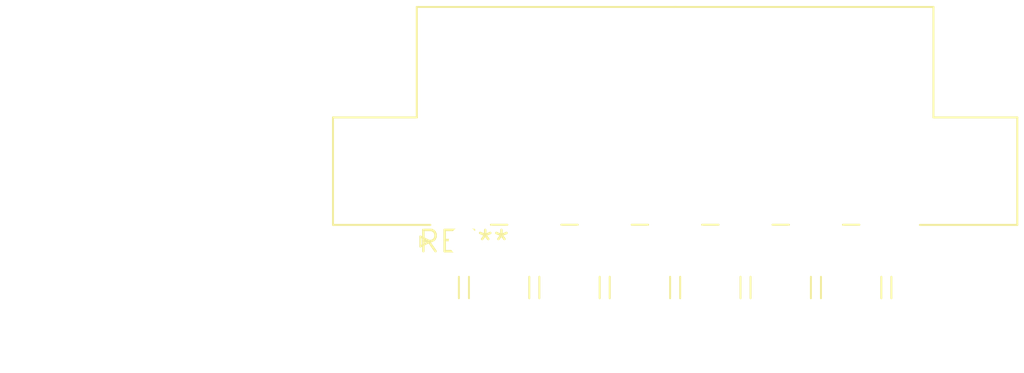
<source format=kicad_pcb>
(kicad_pcb (version 20240108) (generator pcbnew)
  (layers (0 "F.Cu" signal) (31 "B.Cu" signal) (34 "B.Paste" user) (35 "F.Paste" user) (36 "B.SilkS" user "B.Silkscreen") (37 "F.SilkS" user "F.Silkscreen") (38 "B.Mask" user) (39 "F.Mask" user) (44 "Edge.Cuts" user))
  (net 0 "")
  (footprint "Molex_Mini-Fit_Jr_5569-14A1_2x07_P4.20mm_Horizontal" (layer "F.Cu") (at 0 0)
    (property "Reference" "REF**")
    (property "Value" "Molex_Mini-Fit_Jr_5569-14A1_2x07_P4.20mm_Horizontal")
    (fp_line (start -7.81 -7.41) (end -7.81 -0.99) (layer "F.SilkS") (stroke (width 0.12)))
    (fp_line (start -7.81 -0.99) (end -2 -0.99) (layer "F.SilkS") (stroke (width 0.12)))
    (fp_line (start -2.81 -14.01) (end -2.81 -7.41) (layer "F.SilkS") (stroke (width 0.12)))
    (fp_line (start -2.81 -7.41) (end -7.81 -7.41) (layer "F.SilkS") (stroke (width 0.12)))
    (fp_line (start -2.6 -0.3) (end -2 0) (layer "F.SilkS") (stroke (width 0.12)))
    (fp_line (start -2.6 0.3) (end -2.6 -0.3) (layer "F.SilkS") (stroke (width 0.12)))
    (fp_line (start -2 0) (end -2.6 0.3) (layer "F.SilkS") (stroke (width 0.12)))
    (fp_line (start -0.3 2.11) (end -0.3 3.39) (layer "F.SilkS") (stroke (width 0.12)))
    (fp_line (start 0.3 2.11) (end 0.3 3.39) (layer "F.SilkS") (stroke (width 0.12)))
    (fp_line (start 1.61 -1) (end 2.59 -1) (layer "F.SilkS") (stroke (width 0.12)))
    (fp_line (start 3.9 2.11) (end 3.9 3.39) (layer "F.SilkS") (stroke (width 0.12)))
    (fp_line (start 4.5 2.11) (end 4.5 3.39) (layer "F.SilkS") (stroke (width 0.12)))
    (fp_line (start 5.81 -1) (end 6.79 -1) (layer "F.SilkS") (stroke (width 0.12)))
    (fp_line (start 8.1 2.11) (end 8.1 3.39) (layer "F.SilkS") (stroke (width 0.12)))
    (fp_line (start 8.7 2.11) (end 8.7 3.39) (layer "F.SilkS") (stroke (width 0.12)))
    (fp_line (start 10.01 -1) (end 10.99 -1) (layer "F.SilkS") (stroke (width 0.12)))
    (fp_line (start 12.3 2.11) (end 12.3 3.39) (layer "F.SilkS") (stroke (width 0.12)))
    (fp_line (start 12.6 -14.01) (end -2.81 -14.01) (layer "F.SilkS") (stroke (width 0.12)))
    (fp_line (start 12.6 -14.01) (end 28.01 -14.01) (layer "F.SilkS") (stroke (width 0.12)))
    (fp_line (start 12.9 2.11) (end 12.9 3.39) (layer "F.SilkS") (stroke (width 0.12)))
    (fp_line (start 14.21 -1) (end 15.19 -1) (layer "F.SilkS") (stroke (width 0.12)))
    (fp_line (start 16.5 2.11) (end 16.5 3.39) (layer "F.SilkS") (stroke (width 0.12)))
    (fp_line (start 17.1 2.11) (end 17.1 3.39) (layer "F.SilkS") (stroke (width 0.12)))
    (fp_line (start 18.41 -1) (end 19.39 -1) (layer "F.SilkS") (stroke (width 0.12)))
    (fp_line (start 20.7 2.11) (end 20.7 3.39) (layer "F.SilkS") (stroke (width 0.12)))
    (fp_line (start 21.3 2.11) (end 21.3 3.39) (layer "F.SilkS") (stroke (width 0.12)))
    (fp_line (start 22.61 -1) (end 23.59 -1) (layer "F.SilkS") (stroke (width 0.12)))
    (fp_line (start 24.9 2.11) (end 24.9 3.39) (layer "F.SilkS") (stroke (width 0.12)))
    (fp_line (start 25.5 2.11) (end 25.5 3.39) (layer "F.SilkS") (stroke (width 0.12)))
    (fp_line (start 28.01 -14.01) (end 28.01 -7.41) (layer "F.SilkS") (stroke (width 0.12)))
    (fp_line (start 28.01 -7.41) (end 33.01 -7.41) (layer "F.SilkS") (stroke (width 0.12)))
    (fp_line (start 33.01 -7.41) (end 33.01 -0.99) (layer "F.SilkS") (stroke (width 0.12)))
    (fp_line (start 33.01 -0.99) (end 27.2 -0.99) (layer "F.SilkS") (stroke (width 0.12)))
    (pad "" np_thru_hole circle (at -4.5 -4.2) (size 3.2 3.2) (drill 3.2) (layers *.Cu *.Mask))
    (pad "" np_thru_hole circle (at 29.7 -4.2) (size 3.2 3.2) (drill 3.2) (layers *.Cu *.Mask))
    (pad "1" thru_hole roundrect (at 0 0) (size 2.7 3.7) (drill 1.8) (layers *.Cu *.Mask) (remove_unused_layers) (roundrect_rratio 0.092593))
    (pad "2" thru_hole oval (at 4.2 0) (size 2.7 3.7) (drill 1.8) (layers *.Cu *.Mask) (remove_unused_layers))
    (pad "3" thru_hole oval (at 8.4 0) (size 2.7 3.7) (drill 1.8) (layers *.Cu *.Mask) (remove_unused_layers))
    (pad "4" thru_hole oval (at 12.6 0) (size 2.7 3.7) (drill 1.8) (layers *.Cu *.Mask) (remove_unused_layers))
    (pad "5" thru_hole oval (at 16.8 0) (size 2.7 3.7) (drill 1.8) (layers *.Cu *.Mask) (remove_unused_layers))
    (pad "6" thru_hole oval (at 21 0) (size 2.7 3.7) (drill 1.8) (layers *.Cu *.Mask) (remove_unused_layers))
    (pad "7" thru_hole oval (at 25.2 0) (size 2.7 3.7) (drill 1.8) (layers *.Cu *.Mask) (remove_unused_layers))
    (pad "8" thru_hole oval (at 0 5.5) (size 2.7 3.7) (drill 1.8) (layers *.Cu *.Mask) (remove_unused_layers))
    (pad "9" thru_hole oval (at 4.2 5.5) (size 2.7 3.7) (drill 1.8) (layers *.Cu *.Mask) (remove_unused_layers))
    (pad "10" thru_hole oval (at 8.4 5.5) (size 2.7 3.7) (drill 1.8) (layers *.Cu *.Mask) (remove_unused_layers))
    (pad "11" thru_hole oval (at 12.6 5.5) (size 2.7 3.7) (drill 1.8) (layers *.Cu *.Mask) (remove_unused_layers))
    (pad "12" thru_hole oval (at 16.8 5.5) (size 2.7 3.7) (drill 1.8) (layers *.Cu *.Mask) (remove_unused_layers))
    (pad "13" thru_hole oval (at 21 5.5) (size 2.7 3.7) (drill 1.8) (layers *.Cu *.Mask) (remove_unused_layers))
    (pad "14" thru_hole oval (at 25.2 5.5) (size 2.7 3.7) (drill 1.8) (layers *.Cu *.Mask) (remove_unused_layers))
  )
)
</source>
